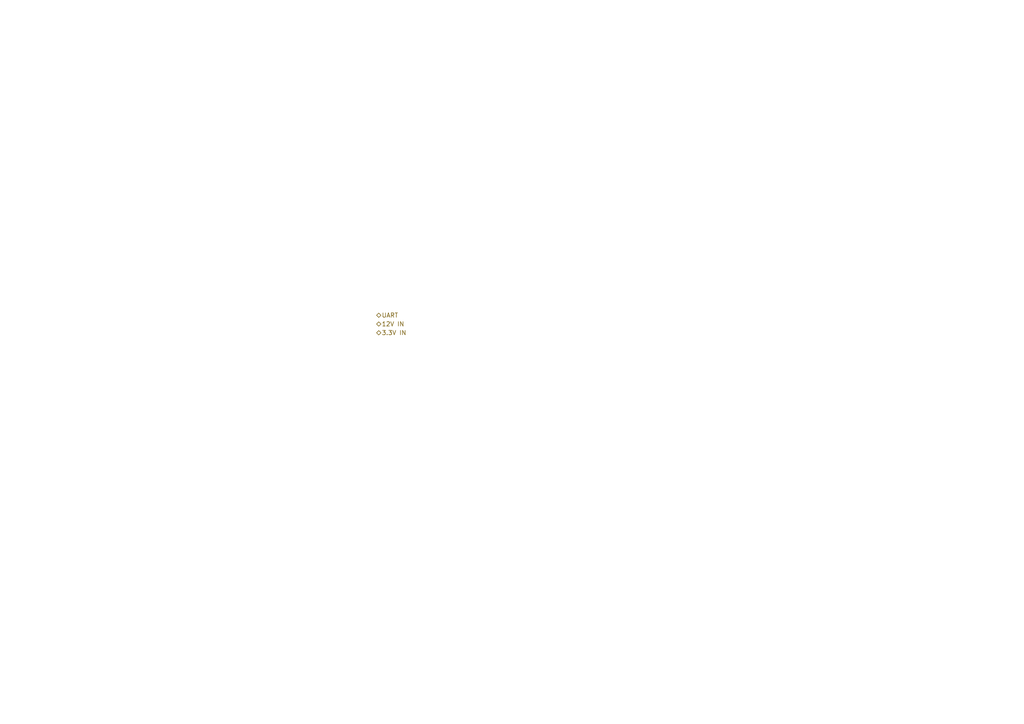
<source format=kicad_sch>
(kicad_sch (version 20230819) (generator eeschema)
  (paper "A4")
  (lib_symbols)
  (hierarchical_label "12V IN" (shape bidirectional) (at 109.22 93.98 0))
  (hierarchical_label "3.3V IN" (shape bidirectional) (at 109.22 96.52 0))
  (hierarchical_label "UART" (shape bidirectional) (at 109.22 91.44 0))
)
</source>
